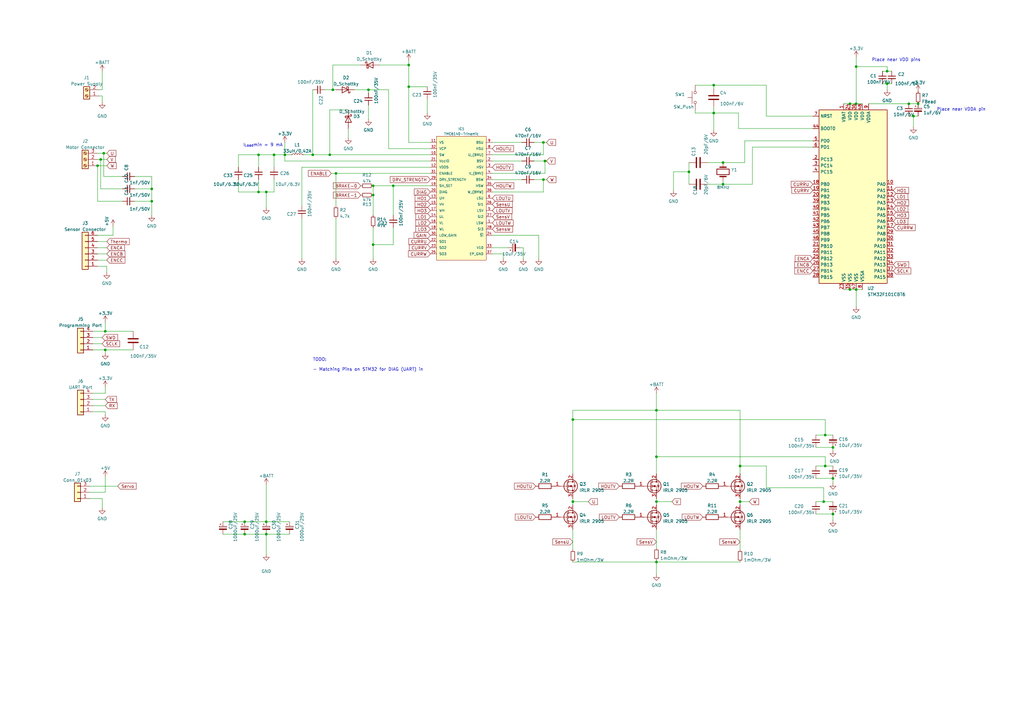
<source format=kicad_sch>
(kicad_sch (version 20211123) (generator eeschema)
  (paper "A3")
  (junction (at 116.84 63.5))
  (junction (at 292.735 34.925))
  (junction (at 109.22 213.995))
  (junction (at 153.035 76.2))
  (junction (at 363.855 29.21))
  (junction (at 109.22 219.075))
  (junction (at 62.23 77.47))
  (junction (at 43.18 143.51))
  (junction (at 282.575 70.485))
  (junction (at 296.545 75.565))
  (junction (at 167.64 35.56))
  (junction (at 348.615 118.745))
  (junction (at 269.24 187.325))
  (junction (at 62.23 82.55))
  (junction (at 341.63 183.515))
  (junction (at 296.545 66.675))
  (junction (at 137.795 71.12))
  (junction (at 341.63 210.82))
  (junction (at 348.615 42.545))
  (junction (at 43.18 135.89))
  (junction (at 223.52 66.04))
  (junction (at 234.95 205.74))
  (junction (at 269.24 168.275))
  (junction (at 341.63 196.215))
  (junction (at 222.885 58.42))
  (junction (at 41.275 65.405))
  (junction (at 222.885 73.66))
  (junction (at 161.29 76.2))
  (junction (at 100.33 219.075))
  (junction (at 135.255 63.5))
  (junction (at 374.65 47.625))
  (junction (at 153.035 100.33))
  (junction (at 303.53 191.135))
  (junction (at 106.045 78.74))
  (junction (at 234.95 172.085))
  (junction (at 372.745 42.545))
  (junction (at 351.155 42.545))
  (junction (at 153.035 80.01))
  (junction (at 363.855 34.29))
  (junction (at 351.155 27.305))
  (junction (at 112.395 63.5))
  (junction (at 40.005 67.945))
  (junction (at 167.64 26.67))
  (junction (at 42.545 62.865))
  (junction (at 337.82 205.74))
  (junction (at 128.27 63.5))
  (junction (at 136.525 36.83))
  (junction (at 109.22 78.74))
  (junction (at 106.045 63.5))
  (junction (at 292.735 46.355))
  (junction (at 303.53 205.74))
  (junction (at 269.24 230.505))
  (junction (at 338.455 191.135))
  (junction (at 338.455 178.435))
  (junction (at 151.13 36.83))
  (junction (at 269.24 205.74))
  (junction (at 376.555 42.545))
  (junction (at 100.33 213.995))
  (junction (at 351.155 118.745))
  (wire (pts (xy 269.24 187.325) (xy 269.24 194.31)))
  (wire (pts (xy 109.22 219.075) (xy 109.22 227.33)))
  (wire (pts (xy 40.005 67.945) (xy 43.815 67.945)))
  (wire (pts (xy 222.885 58.42) (xy 224.155 58.42)))
  (wire (pts (xy 222.885 78.74) (xy 222.885 73.66)))
  (wire (pts (xy 38.1 140.97) (xy 41.91 140.97)))
  (wire (pts (xy 43.18 143.51) (xy 54.61 143.51)))
  (wire (pts (xy 303.53 204.47) (xy 303.53 205.74)))
  (wire (pts (xy 296.545 75.565) (xy 308.61 75.565)))
  (wire (pts (xy 201.93 63.5) (xy 222.885 63.5)))
  (wire (pts (xy 43.18 195.58) (xy 43.18 201.93)))
  (wire (pts (xy 201.93 71.12) (xy 223.52 71.12)))
  (wire (pts (xy 136.525 26.67) (xy 136.525 36.83)))
  (wire (pts (xy 136.525 36.83) (xy 137.795 36.83)))
  (wire (pts (xy 41.91 36.83) (xy 40.64 36.83)))
  (wire (pts (xy 296.545 74.295) (xy 296.545 75.565)))
  (wire (pts (xy 55.245 72.39) (xy 62.23 72.39)))
  (wire (pts (xy 151.13 36.83) (xy 159.385 36.83)))
  (wire (pts (xy 167.64 58.42) (xy 176.53 58.42)))
  (wire (pts (xy 296.545 66.675) (xy 305.435 66.675)))
  (wire (pts (xy 308.61 60.325) (xy 333.375 60.325)))
  (wire (pts (xy 46.355 92.71) (xy 46.355 96.52)))
  (wire (pts (xy 41.91 29.21) (xy 41.91 36.83)))
  (wire (pts (xy 116.84 66.04) (xy 116.84 63.5)))
  (wire (pts (xy 112.395 68.58) (xy 112.395 63.5)))
  (wire (pts (xy 363.855 34.29) (xy 365.76 34.29)))
  (wire (pts (xy 153.035 93.345) (xy 153.035 100.33)))
  (wire (pts (xy 41.91 204.47) (xy 36.83 204.47)))
  (wire (pts (xy 341.63 184.785) (xy 341.63 183.515)))
  (wire (pts (xy 43.815 109.22) (xy 43.815 111.76)))
  (wire (pts (xy 153.035 100.33) (xy 153.035 106.045)))
  (wire (pts (xy 234.95 205.74) (xy 241.3 205.74)))
  (wire (pts (xy 348.615 118.745) (xy 351.155 118.745)))
  (wire (pts (xy 201.93 78.74) (xy 222.885 78.74)))
  (wire (pts (xy 151.13 43.18) (xy 151.13 48.895)))
  (wire (pts (xy 153.035 80.01) (xy 153.035 76.2)))
  (wire (pts (xy 363.855 29.21) (xy 363.855 27.305)))
  (wire (pts (xy 223.52 66.04) (xy 224.155 66.04)))
  (wire (pts (xy 351.155 42.545) (xy 353.695 42.545)))
  (wire (pts (xy 128.27 63.5) (xy 135.255 63.5)))
  (wire (pts (xy 62.23 77.47) (xy 62.23 82.55)))
  (wire (pts (xy 234.95 172.085) (xy 338.455 172.085)))
  (wire (pts (xy 109.22 219.075) (xy 118.745 219.075)))
  (wire (pts (xy 145.415 36.83) (xy 151.13 36.83)))
  (wire (pts (xy 176.53 60.96) (xy 159.385 60.96)))
  (wire (pts (xy 303.53 168.275) (xy 269.24 168.275)))
  (wire (pts (xy 137.795 84.455) (xy 137.795 71.12)))
  (wire (pts (xy 372.745 47.625) (xy 374.65 47.625)))
  (wire (pts (xy 302.895 52.705) (xy 302.895 46.355)))
  (wire (pts (xy 346.075 118.745) (xy 348.615 118.745)))
  (wire (pts (xy 167.64 26.67) (xy 167.64 35.56)))
  (wire (pts (xy 97.79 68.58) (xy 97.79 63.5)))
  (wire (pts (xy 337.82 200.025) (xy 314.325 200.025)))
  (wire (pts (xy 161.29 100.33) (xy 153.035 100.33)))
  (wire (pts (xy 282.575 66.675) (xy 282.575 70.485)))
  (wire (pts (xy 290.195 66.675) (xy 296.545 66.675)))
  (wire (pts (xy 334.645 210.82) (xy 341.63 210.82)))
  (wire (pts (xy 219.075 66.04) (xy 223.52 66.04)))
  (wire (pts (xy 43.18 135.89) (xy 54.61 135.89)))
  (wire (pts (xy 50.165 77.47) (xy 41.275 77.47)))
  (wire (pts (xy 290.195 75.565) (xy 296.545 75.565)))
  (wire (pts (xy 137.795 71.12) (xy 176.53 71.12)))
  (wire (pts (xy 106.045 73.66) (xy 106.045 78.74)))
  (wire (pts (xy 285.115 46.355) (xy 285.115 45.085)))
  (wire (pts (xy 213.36 101.6) (xy 214.63 101.6)))
  (wire (pts (xy 135.255 63.5) (xy 176.53 63.5)))
  (wire (pts (xy 128.27 36.83) (xy 128.27 63.5)))
  (wire (pts (xy 97.79 73.66) (xy 97.79 78.74)))
  (wire (pts (xy 285.115 34.925) (xy 292.735 34.925)))
  (wire (pts (xy 223.52 71.12) (xy 223.52 66.04)))
  (wire (pts (xy 220.98 96.52) (xy 220.98 106.045)))
  (wire (pts (xy 234.95 217.17) (xy 234.95 225.425)))
  (wire (pts (xy 43.18 161.29) (xy 43.18 158.75)))
  (wire (pts (xy 41.91 208.28) (xy 41.91 204.47)))
  (wire (pts (xy 167.64 35.56) (xy 175.26 35.56)))
  (wire (pts (xy 363.855 29.21) (xy 365.76 29.21)))
  (wire (pts (xy 135.255 45.085) (xy 135.255 63.5)))
  (wire (pts (xy 38.1 138.43) (xy 41.91 138.43)))
  (wire (pts (xy 38.1 168.91) (xy 43.18 168.91)))
  (wire (pts (xy 201.93 101.6) (xy 208.28 101.6)))
  (wire (pts (xy 334.645 183.515) (xy 341.63 183.515)))
  (wire (pts (xy 348.615 42.545) (xy 351.155 42.545)))
  (wire (pts (xy 222.885 63.5) (xy 222.885 58.42)))
  (wire (pts (xy 50.165 82.55) (xy 40.005 82.55)))
  (wire (pts (xy 42.545 72.39) (xy 42.545 62.865)))
  (wire (pts (xy 269.24 217.17) (xy 269.24 224.79)))
  (wire (pts (xy 62.23 82.55) (xy 62.23 88.265)))
  (wire (pts (xy 351.155 118.745) (xy 351.155 125.73)))
  (wire (pts (xy 40.005 82.55) (xy 40.005 67.945)))
  (wire (pts (xy 314.325 191.135) (xy 303.53 191.135)))
  (wire (pts (xy 159.385 60.96) (xy 159.385 36.83)))
  (wire (pts (xy 41.91 39.37) (xy 40.64 39.37)))
  (wire (pts (xy 40.005 106.68) (xy 43.815 106.68)))
  (wire (pts (xy 201.93 104.14) (xy 206.375 104.14)))
  (wire (pts (xy 116.84 58.42) (xy 116.84 63.5)))
  (wire (pts (xy 234.95 204.47) (xy 234.95 205.74)))
  (wire (pts (xy 333.375 47.625) (xy 314.325 47.625)))
  (wire (pts (xy 269.24 205.74) (xy 275.59 205.74)))
  (wire (pts (xy 374.65 47.625) (xy 376.555 47.625)))
  (wire (pts (xy 234.95 230.505) (xy 269.24 230.505)))
  (wire (pts (xy 55.245 77.47) (xy 62.23 77.47)))
  (wire (pts (xy 109.22 213.995) (xy 118.745 213.995)))
  (wire (pts (xy 361.95 34.29) (xy 363.855 34.29)))
  (wire (pts (xy 40.005 99.06) (xy 43.815 99.06)))
  (wire (pts (xy 341.63 198.12) (xy 341.63 196.215)))
  (wire (pts (xy 303.53 191.135) (xy 303.53 168.275)))
  (wire (pts (xy 361.95 29.21) (xy 363.855 29.21)))
  (wire (pts (xy 351.155 27.305) (xy 351.155 42.545)))
  (wire (pts (xy 55.245 82.55) (xy 62.23 82.55)))
  (wire (pts (xy 334.645 205.74) (xy 337.82 205.74)))
  (wire (pts (xy 106.045 68.58) (xy 106.045 63.5)))
  (wire (pts (xy 201.93 73.66) (xy 213.995 73.66)))
  (wire (pts (xy 269.24 161.29) (xy 269.24 168.275)))
  (wire (pts (xy 292.735 43.815) (xy 292.735 46.355)))
  (wire (pts (xy 302.895 46.355) (xy 292.735 46.355)))
  (wire (pts (xy 285.115 46.355) (xy 292.735 46.355)))
  (wire (pts (xy 135.89 71.12) (xy 137.795 71.12)))
  (wire (pts (xy 112.395 73.66) (xy 112.395 78.74)))
  (wire (pts (xy 305.435 66.675) (xy 305.435 57.785)))
  (wire (pts (xy 100.33 219.075) (xy 109.22 219.075)))
  (wire (pts (xy 356.235 42.545) (xy 372.745 42.545)))
  (wire (pts (xy 269.24 230.505) (xy 303.53 230.505)))
  (wire (pts (xy 167.64 24.765) (xy 167.64 26.67)))
  (wire (pts (xy 219.075 58.42) (xy 222.885 58.42)))
  (wire (pts (xy 303.53 194.31) (xy 303.53 191.135)))
  (wire (pts (xy 153.035 76.2) (xy 161.29 76.2)))
  (wire (pts (xy 292.735 34.925) (xy 292.735 36.195)))
  (wire (pts (xy 142.875 45.085) (xy 135.255 45.085)))
  (wire (pts (xy 201.93 96.52) (xy 220.98 96.52)))
  (wire (pts (xy 338.455 191.135) (xy 338.455 187.325)))
  (wire (pts (xy 123.825 84.455) (xy 123.825 68.58)))
  (wire (pts (xy 38.1 163.83) (xy 43.18 163.83)))
  (wire (pts (xy 97.79 78.74) (xy 106.045 78.74)))
  (wire (pts (xy 269.24 229.87) (xy 269.24 230.505)))
  (wire (pts (xy 214.63 101.6) (xy 214.63 106.045)))
  (wire (pts (xy 303.53 205.74) (xy 303.53 207.01)))
  (wire (pts (xy 303.53 217.17) (xy 303.53 225.425)))
  (wire (pts (xy 333.375 52.705) (xy 302.895 52.705)))
  (wire (pts (xy 38.1 143.51) (xy 43.18 143.51)))
  (wire (pts (xy 346.075 42.545) (xy 348.615 42.545)))
  (wire (pts (xy 137.795 89.535) (xy 137.795 106.045)))
  (wire (pts (xy 269.24 205.74) (xy 269.24 207.01)))
  (wire (pts (xy 372.745 42.545) (xy 376.555 42.545)))
  (wire (pts (xy 112.395 78.74) (xy 109.22 78.74)))
  (wire (pts (xy 116.84 63.5) (xy 119.38 63.5)))
  (wire (pts (xy 269.24 168.275) (xy 269.24 187.325)))
  (wire (pts (xy 334.645 196.215) (xy 341.63 196.215)))
  (wire (pts (xy 41.275 77.47) (xy 41.275 65.405)))
  (wire (pts (xy 338.455 187.325) (xy 269.24 187.325)))
  (wire (pts (xy 155.575 26.67) (xy 167.64 26.67)))
  (wire (pts (xy 38.1 135.89) (xy 43.18 135.89)))
  (wire (pts (xy 46.355 96.52) (xy 40.005 96.52)))
  (wire (pts (xy 269.24 204.47) (xy 269.24 205.74)))
  (wire (pts (xy 206.375 104.14) (xy 206.375 106.045)))
  (wire (pts (xy 338.455 178.435) (xy 338.455 172.085)))
  (wire (pts (xy 123.825 89.535) (xy 123.825 106.045)))
  (wire (pts (xy 201.93 58.42) (xy 213.995 58.42)))
  (wire (pts (xy 161.29 88.265) (xy 161.29 76.2)))
  (wire (pts (xy 282.575 70.485) (xy 282.575 75.565)))
  (wire (pts (xy 50.165 72.39) (xy 42.545 72.39)))
  (wire (pts (xy 234.95 168.275) (xy 269.24 168.275)))
  (wire (pts (xy 374.65 47.625) (xy 374.65 52.07)))
  (wire (pts (xy 43.18 135.89) (xy 43.18 132.08)))
  (wire (pts (xy 43.18 143.51) (xy 43.18 144.78)))
  (wire (pts (xy 62.23 72.39) (xy 62.23 77.47)))
  (wire (pts (xy 337.82 205.74) (xy 337.82 200.025)))
  (wire (pts (xy 40.005 104.14) (xy 43.815 104.14)))
  (wire (pts (xy 41.91 41.91) (xy 41.91 39.37)))
  (wire (pts (xy 38.1 161.29) (xy 43.18 161.29)))
  (wire (pts (xy 234.95 205.74) (xy 234.95 207.01)))
  (wire (pts (xy 147.955 26.67) (xy 136.525 26.67)))
  (wire (pts (xy 91.44 219.075) (xy 100.33 219.075)))
  (wire (pts (xy 43.18 201.93) (xy 36.83 201.93)))
  (wire (pts (xy 151.13 36.83) (xy 151.13 38.1)))
  (wire (pts (xy 161.29 76.2) (xy 176.53 76.2)))
  (wire (pts (xy 363.855 34.29) (xy 363.855 36.83)))
  (wire (pts (xy 175.26 40.64) (xy 175.26 46.355)))
  (wire (pts (xy 234.95 194.31) (xy 234.95 172.085)))
  (wire (pts (xy 219.075 73.66) (xy 222.885 73.66)))
  (wire (pts (xy 97.79 63.5) (xy 106.045 63.5)))
  (wire (pts (xy 41.275 65.405) (xy 43.815 65.405)))
  (wire (pts (xy 276.225 70.485) (xy 282.575 70.485)))
  (wire (pts (xy 176.53 66.04) (xy 116.84 66.04)))
  (wire (pts (xy 40.005 65.405) (xy 41.275 65.405)))
  (wire (pts (xy 351.155 23.495) (xy 351.155 27.305)))
  (wire (pts (xy 338.455 178.435) (xy 341.63 178.435)))
  (wire (pts (xy 112.395 63.5) (xy 116.84 63.5)))
  (wire (pts (xy 341.63 213.36) (xy 341.63 210.82)))
  (wire (pts (xy 40.005 101.6) (xy 43.815 101.6)))
  (wire (pts (xy 100.33 213.995) (xy 109.22 213.995)))
  (wire (pts (xy 234.95 172.085) (xy 234.95 168.275)))
  (wire (pts (xy 161.29 93.345) (xy 161.29 100.33)))
  (wire (pts (xy 305.435 57.785) (xy 333.375 57.785)))
  (wire (pts (xy 222.885 73.66) (xy 224.155 73.66)))
  (wire (pts (xy 124.46 63.5) (xy 128.27 63.5)))
  (wire (pts (xy 153.035 88.265) (xy 153.035 80.01)))
  (wire (pts (xy 36.83 199.39) (xy 48.26 199.39)))
  (wire (pts (xy 314.325 200.025) (xy 314.325 191.135)))
  (wire (pts (xy 40.005 62.865) (xy 42.545 62.865)))
  (wire (pts (xy 276.225 78.105) (xy 276.225 70.485)))
  (wire (pts (xy 142.875 52.705) (xy 142.875 56.515)))
  (wire (pts (xy 337.82 205.74) (xy 341.63 205.74)))
  (wire (pts (xy 303.53 205.74) (xy 307.34 205.74)))
  (wire (pts (xy 334.645 178.435) (xy 338.455 178.435)))
  (wire (pts (xy 42.545 62.865) (xy 43.815 62.865)))
  (wire (pts (xy 314.325 47.625) (xy 314.325 34.925)))
  (wire (pts (xy 351.155 118.745) (xy 353.695 118.745)))
  (wire (pts (xy 38.1 166.37) (xy 43.18 166.37)))
  (wire (pts (xy 334.645 191.135) (xy 338.455 191.135)))
  (wire (pts (xy 106.045 78.74) (xy 109.22 78.74)))
  (wire (pts (xy 106.045 63.5) (xy 112.395 63.5)))
  (wire (pts (xy 91.44 213.995) (xy 100.33 213.995)))
  (wire (pts (xy 201.93 66.04) (xy 213.995 66.04)))
  (wire (pts (xy 269.24 230.505) (xy 269.24 235.585)))
  (wire (pts (xy 133.35 36.83) (xy 136.525 36.83)))
  (wire (pts (xy 363.855 27.305) (xy 351.155 27.305)))
  (wire (pts (xy 338.455 191.135) (xy 341.63 191.135)))
  (wire (pts (xy 109.22 198.755) (xy 109.22 213.995)))
  (wire (pts (xy 308.61 75.565) (xy 308.61 60.325)))
  (wire (pts (xy 40.005 109.22) (xy 43.815 109.22)))
  (wire (pts (xy 167.64 35.56) (xy 167.64 58.42)))
  (wire (pts (xy 314.325 34.925) (xy 292.735 34.925)))
  (wire (pts (xy 123.825 68.58) (xy 176.53 68.58)))
  (wire (pts (xy 292.735 46.355) (xy 292.735 53.34)))
  (wire (pts (xy 43.18 168.91) (xy 43.18 170.18)))
  (wire (pts (xy 109.22 78.74) (xy 109.22 85.09)))
  (text "Place near VDDA pin" (at 384.175 45.72 0) (effects (font (size 1.27 1.27)) (justify left bottom)))
  (text "I_{Load}min = 9 mA" (at 99.695 60.325 0) (effects (font (size 1.27 1.27)) (justify left bottom)))
  (text "TODO:\n\n- Matching Pins on STM32 for DIAG (UART) in\n" (at 128.27 152.4 0) (effects (font (size 1.27 1.27)) (justify left bottom)))
  (text "Place near VDD pins" (at 357.505 25.4 0) (effects (font (size 1.27 1.27)) (justify left bottom)))
  (global_label "SensU" (shape input) (at 234.95 222.25 180) (property "Intersheet References" "${INTERSHEET_REFS}" (effects hide)))
  (global_label "Thermo" (shape input) (at 43.815 99.06 0) (property "Intersheet References" "${INTERSHEET_REFS}" (effects hide)))
  (global_label "SensV" (shape input) (at 201.93 88.9 0) (property "Intersheet References" "${INTERSHEET_REFS}" (effects hide)))
  (global_label "LOUTU" (shape input) (at 219.71 212.09 180) (property "Intersheet References" "${INTERSHEET_REFS}" (effects hide)))
  (global_label "CURRU" (shape input) (at 176.53 99.06 180) (property "Intersheet References" "${INTERSHEET_REFS}" (effects hide)))
  (global_label "HOUTV" (shape input) (at 201.93 68.58 0) (property "Intersheet References" "${INTERSHEET_REFS}" (effects hide)))
  (global_label "ENCA" (shape input) (at 333.375 106.045 180) (property "Intersheet References" "${INTERSHEET_REFS}" (effects hide)))
  (global_label "LO1" (shape input) (at 366.395 80.645 0) (property "Intersheet References" "${INTERSHEET_REFS}" (effects hide)))
  (global_label "Servo" (shape input) (at 48.26 199.39 0) (property "Intersheet References" "${INTERSHEET_REFS}" (effects hide)))
  (global_label "HO3" (shape input) (at 366.395 88.265 0) (property "Intersheet References" "${INTERSHEET_REFS}" (effects hide)))
  (global_label "CURRW" (shape input) (at 176.53 104.14 180) (property "Intersheet References" "${INTERSHEET_REFS}" (effects hide)))
  (global_label "TX" (shape input) (at 43.18 163.83 0) (property "Intersheet References" "${INTERSHEET_REFS}" (effects hide)))
  (global_label "CURRW" (shape input) (at 366.395 93.345 0) (property "Intersheet References" "${INTERSHEET_REFS}" (effects hide)))
  (global_label "BRAKE-1" (shape input) (at 147.955 80.01 180) (property "Intersheet References" "${INTERSHEET_REFS}" (effects hide)))
  (global_label "ENCC" (shape input) (at 333.375 111.125 180) (property "Intersheet References" "${INTERSHEET_REFS}" (effects hide)))
  (global_label "CURRV" (shape input) (at 333.375 78.105 180) (property "Intersheet References" "${INTERSHEET_REFS}" (effects hide)))
  (global_label "ENCA" (shape input) (at 43.815 101.6 0) (property "Intersheet References" "${INTERSHEET_REFS}" (effects hide)))
  (global_label "LOUTW" (shape input) (at 288.29 212.09 180) (property "Intersheet References" "${INTERSHEET_REFS}" (effects hide)))
  (global_label "SensV" (shape input) (at 269.24 222.25 180) (property "Intersheet References" "${INTERSHEET_REFS}" (effects hide)))
  (global_label "SensU" (shape input) (at 201.93 83.82 0) (property "Intersheet References" "${INTERSHEET_REFS}" (effects hide)))
  (global_label "CURRU" (shape input) (at 333.375 75.565 180) (property "Intersheet References" "${INTERSHEET_REFS}" (effects hide)))
  (global_label "HOUTW" (shape input) (at 288.29 199.39 180) (property "Intersheet References" "${INTERSHEET_REFS}" (effects hide)))
  (global_label "LOUTU" (shape input) (at 201.93 81.28 0) (property "Intersheet References" "${INTERSHEET_REFS}" (effects hide)))
  (global_label "CURRV" (shape input) (at 176.53 101.6 180) (property "Intersheet References" "${INTERSHEET_REFS}" (effects hide)))
  (global_label "LOUTV" (shape input) (at 254 212.09 180) (property "Intersheet References" "${INTERSHEET_REFS}" (effects hide)))
  (global_label "DIAG" (shape input) (at 176.53 78.74 180) (property "Intersheet References" "${INTERSHEET_REFS}" (effects hide)))
  (global_label "HO2" (shape input) (at 176.53 83.82 180) (property "Intersheet References" "${INTERSHEET_REFS}" (effects hide)))
  (global_label "SWD" (shape input) (at 366.395 108.585 0) (property "Intersheet References" "${INTERSHEET_REFS}" (effects hide)))
  (global_label "HO1" (shape input) (at 366.395 78.105 0) (property "Intersheet References" "${INTERSHEET_REFS}" (effects hide)))
  (global_label "V" (shape input) (at 224.155 66.04 0) (property "Intersheet References" "${INTERSHEET_REFS}" (effects hide)))
  (global_label "W" (shape input) (at 43.815 67.945 0) (property "Intersheet References" "${INTERSHEET_REFS}" (effects hide)))
  (global_label "W" (shape input) (at 307.34 205.74 0) (property "Intersheet References" "${INTERSHEET_REFS}" (effects hide)))
  (global_label "LO3" (shape input) (at 366.395 90.805 0) (property "Intersheet References" "${INTERSHEET_REFS}" (effects hide)))
  (global_label "ENABLE" (shape input) (at 135.89 71.12 180) (property "Intersheet References" "${INTERSHEET_REFS}" (effects hide)))
  (global_label "LO2" (shape input) (at 176.53 91.44 180) (property "Intersheet References" "${INTERSHEET_REFS}" (effects hide)))
  (global_label "HO2" (shape input) (at 366.395 83.185 0) (property "Intersheet References" "${INTERSHEET_REFS}" (effects hide)))
  (global_label "SensW" (shape input) (at 303.53 222.25 180) (property "Intersheet References" "${INTERSHEET_REFS}" (effects hide)))
  (global_label "W" (shape input) (at 224.155 73.66 0) (property "Intersheet References" "${INTERSHEET_REFS}" (effects hide)))
  (global_label "SCLK" (shape input) (at 41.91 140.97 0) (property "Intersheet References" "${INTERSHEET_REFS}" (effects hide)))
  (global_label "RX" (shape input) (at 43.18 166.37 0) (property "Intersheet References" "${INTERSHEET_REFS}" (effects hide)))
  (global_label "U" (shape input) (at 224.155 58.42 0) (property "Intersheet References" "${INTERSHEET_REFS}" (effects hide)))
  (global_label "LO1" (shape input) (at 176.53 88.9 180) (property "Intersheet References" "${INTERSHEET_REFS}" (effects hide)))
  (global_label "LO3" (shape input) (at 176.53 93.98 180) (property "Intersheet References" "${INTERSHEET_REFS}" (effects hide)))
  (global_label "V" (shape input) (at 275.59 205.74 0) (property "Intersheet References" "${INTERSHEET_REFS}" (effects hide)))
  (global_label "HOUTU" (shape input) (at 219.71 199.39 180) (property "Intersheet References" "${INTERSHEET_REFS}" (effects hide)))
  (global_label "SensW" (shape input) (at 201.93 93.98 0) (property "Intersheet References" "${INTERSHEET_REFS}" (effects hide)))
  (global_label "HOUTU" (shape input) (at 201.93 60.96 0) (property "Intersheet References" "${INTERSHEET_REFS}" (effects hide)))
  (global_label "LOUTV" (shape input) (at 201.93 86.36 0) (property "Intersheet References" "${INTERSHEET_REFS}" (effects hide)))
  (global_label "GAIN" (shape input) (at 176.53 96.52 180) (property "Intersheet References" "${INTERSHEET_REFS}" (effects hide)))
  (global_label "LO2" (shape input) (at 366.395 85.725 0) (property "Intersheet References" "${INTERSHEET_REFS}" (effects hide)))
  (global_label "LOUTW" (shape input) (at 201.93 91.44 0) (property "Intersheet References" "${INTERSHEET_REFS}" (effects hide)))
  (global_label "BRAKE-0" (shape input) (at 147.955 76.2 180) (property "Intersheet References" "${INTERSHEET_REFS}" (effects hide)))
  (global_label "HO1" (shape input) (at 176.53 81.28 180) (property "Intersheet References" "${INTERSHEET_REFS}" (effects hide)))
  (global_label "HO3" (shape input) (at 176.53 86.36 180) (property "Intersheet References" "${INTERSHEET_REFS}" (effects hide)))
  (global_label "HOUTV" (shape input) (at 254 199.39 180) (property "Intersheet References" "${INTERSHEET_REFS}" (effects hide)))
  (global_label "HOUTW" (shape input) (at 201.93 76.2 0) (property "Intersheet References" "${INTERSHEET_REFS}" (effects hide)))
  (global_label "DRV_STRENGTH" (shape input) (at 176.53 73.66 180) (property "Intersheet References" "${INTERSHEET_REFS}" (effects hide)))
  (global_label "SCLK" (shape input) (at 366.395 111.125 0) (property "Intersheet References" "${INTERSHEET_REFS}" (effects hide)))
  (global_label "U" (shape input) (at 241.3 205.74 0) (property "Intersheet References" "${INTERSHEET_REFS}" (effects hide)))
  (global_label "U" (shape input) (at 43.815 62.865 0) (property "Intersheet References" "${INTERSHEET_REFS}" (effects hide)))
  (global_label "ENCC" (shape input) (at 43.815 106.68 0) (property "Intersheet References" "${INTERSHEET_REFS}" (effects hide)))
  (global_label "ENCB" (shape input) (at 333.375 108.585 180) (property "Intersheet References" "${INTERSHEET_REFS}" (effects hide)))
  (global_label "SWD" (shape input) (at 41.91 138.43 0) (property "Intersheet References" "${INTERSHEET_REFS}" (effects hide)))
  (global_label "V" (shape input) (at 43.815 65.405 0) (property "Intersheet References" "${INTERSHEET_REFS}" (effects hide)))
  (global_label "ENCB" (shape input) (at 43.815 104.14 0) (property "Intersheet References" "${INTERSHEET_REFS}" (effects hide)))
  (symbol (lib_id "Connector:Screw_Terminal_01x02") (at 35.56 39.37 180) (unit 1)
    (property "Reference" "J1" (at 35.56 31.8602 0))
    (property "Value" "Power Supply" (at 35.56 34.3971 0))
    (property "Footprint" "TerminalBlock_Phoenix:TerminalBlock_Phoenix_MKDS-1,5-2_1x02_P5.00mm_Horizontal" (effects hide))
  )
  (symbol (lib_id "Transistor_FET:IRF740") (at 232.41 199.39 0) (unit 1)
    (property "Reference" "Q3" (at 237.617 198.5553 0) (effects (justify left)))
    (property "Value" "IRLR 2905" (at 237.617 201.0922 0) (effects (justify left)))
    (property "Footprint" "Package_TO_SOT_SMD:TO-252-2" (effects hide))
    (property "Datasheet" "http://www.vishay.com/docs/91054/91054.pdf" (effects hide))
  )
  (symbol (lib_id "power:GND") (at 151.13 48.895 0) (unit 1)
    (property "Reference" "#PWR0123" (effects hide))
    (property "Value" "GND" (at 151.13 53.3384 0))
  )
  (symbol (lib_id "Device:R") (at 257.81 212.09 90) (unit 1)
    (property "Reference" "R6" (at 257.81 207.3742 90))
    (property "Value" "2.2R" (at 257.81 209.9111 90))
    (property "Footprint" "Resistor_SMD:R_0603_1608Metric" (effects hide))
  )
  (symbol (lib_id "Device:C_Small") (at 365.76 31.75 0) (unit 1)
    (property "Reference" "C2" (at 368.3 30.48 0) (effects (justify left)))
    (property "Value" "100nF/6V" (at 367.03 34.29 0) (effects (justify left)))
    (property "Footprint" "Capacitor_SMD:C_0603_1608Metric" (effects hide))
  )
  (symbol (lib_id "Device:R") (at 292.1 199.39 90) (unit 1)
    (property "Reference" "R4" (at 292.1 194.6742 90))
    (property "Value" "2.2R" (at 292.1 197.2111 90))
    (property "Footprint" "Resistor_SMD:R_0603_1608Metric" (effects hide))
  )
  (symbol (lib_id "power:+BATT") (at 167.64 24.765 0) (unit 1)
    (property "Reference" "#PWR0131" (effects hide))
    (property "Value" "+BATT" (at 167.64 21.1892 0))
  )
  (symbol (lib_id "Connector_Generic:Conn_01x04") (at 33.02 166.37 180) (unit 1)
    (property "Reference" "J6" (at 33.02 156.3202 0))
    (property "Value" "UART Port" (at 33.02 158.8571 0))
    (property "Footprint" "Connector_JST:JST_XH_B4B-XH-A_1x04_P2.50mm_Vertical" (effects hide))
  )
  (symbol (lib_id "power:GND") (at 363.855 36.83 0) (unit 1)
    (property "Reference" "#PWR0113" (effects hide))
    (property "Value" "GND" (at 363.855 41.2734 0))
  )
  (symbol (lib_id "power:GND") (at 220.98 106.045 0) (unit 1)
    (property "Reference" "#PWR0114" (effects hide))
    (property "Value" "GND" (at 220.98 110.4884 0))
  )
  (symbol (lib_id "Device:R_Small") (at 376.555 40.005 0) (unit 1)
    (property "Reference" "R7" (at 378.0536 39.1703 0) (effects (justify left)))
    (property "Value" "FBead" (at 378.0536 41.7072 0) (effects (justify left)))
    (property "Footprint" "Resistor_SMD:R_0805_2012Metric" (effects hide))
  )
  (symbol (lib_id "Device:C_Polarized_Small") (at 210.82 101.6 90) (unit 1)
    (property "Reference" "C14" (at 210.82 99.06 90))
    (property "Value" "10uF/35V" (at 210.82 104.14 90))
    (property "Footprint" "Capacitor_SMD:CP_Elec_4x5.8" (effects hide))
  )
  (symbol (lib_id "Device:C_Small") (at 216.535 58.42 90) (unit 1)
    (property "Reference" "C6" (at 216.5413 53.1581 90))
    (property "Value" "470nF/16V" (at 216.5413 55.695 90))
    (property "Footprint" "Capacitor_SMD:C_0603_1608Metric" (effects hide))
  )
  (symbol (lib_id "power:+3.3V") (at 43.18 132.08 0) (unit 1)
    (property "Reference" "#PWR0105" (effects hide))
    (property "Value" "+3.3V" (at 43.18 128.5042 0))
  )
  (symbol (lib_id "Device:C_Small") (at 112.395 71.12 180) (unit 1)
    (property "Reference" "C26" (at 118.745 71.12 0) (effects (justify left)))
    (property "Value" "10uF/6.3V" (at 123.19 75.565 0) (effects (justify left)))
    (property "Footprint" "Capacitor_SMD:C_0603_1608Metric" (effects hide))
  )
  (symbol (lib_id "Device:R") (at 292.1 212.09 90) (unit 1)
    (property "Reference" "R11" (at 292.1 207.3742 90))
    (property "Value" "2.2R" (at 292.1 209.9111 90))
    (property "Footprint" "Resistor_SMD:R_0603_1608Metric" (effects hide))
  )
  (symbol (lib_id "Transistor_FET:IRF740") (at 300.99 212.09 0) (unit 1)
    (property "Reference" "Q6" (at 306.197 211.2553 0) (effects (justify left)))
    (property "Value" "IRLR 2905" (at 306.197 213.7922 0) (effects (justify left)))
    (property "Footprint" "Package_TO_SOT_SMD:TO-252-2" (effects hide))
    (property "Datasheet" "http://www.vishay.com/docs/91054/91054.pdf" (effects hide))
  )
  (symbol (lib_id "Device:R_Small") (at 303.53 227.965 0) (unit 1)
    (property "Reference" "R10" (at 305.0286 227.1303 0) (effects (justify left)))
    (property "Value" "1mOhm/3W" (at 305.0286 229.6672 0) (effects (justify left)))
    (property "Footprint" "Resistor_SMD:R_2512_6332Metric" (effects hide))
  )
  (symbol (lib_id "Transistor_FET:IRF740") (at 232.41 212.09 0) (unit 1)
    (property "Reference" "Q4" (at 237.617 211.2553 0) (effects (justify left)))
    (property "Value" "IRLR 2905" (at 237.617 213.7922 0) (effects (justify left)))
    (property "Footprint" "Package_TO_SOT_SMD:TO-252-2" (effects hide))
    (property "Datasheet" "http://www.vishay.com/docs/91054/91054.pdf" (effects hide))
  )
  (symbol (lib_id "Device:C_Small") (at 334.645 180.975 180) (unit 1)
    (property "Reference" "C15" (at 325.755 180.34 0) (effects (justify right)))
    (property "Value" "100nF/35V" (at 323.215 182.88 0) (effects (justify right)))
    (property "Footprint" "Capacitor_SMD:C_0603_1608Metric" (effects hide))
  )
  (symbol (lib_id "power:GND") (at 341.63 184.785 0) (unit 1)
    (property "Reference" "#PWR0115" (effects hide))
    (property "Value" "GND" (at 342.265 189.2284 0))
  )
  (symbol (lib_id "Device:C_Polarized_Small") (at 100.33 216.535 0) (unit 1)
    (property "Reference" "C29" (at 103.505 217.17 90) (effects (justify left)))
    (property "Value" "1000uF/25V" (at 105.41 222.25 90) (effects (justify left)))
    (property "Footprint" "Capacitor_SMD:CP_Elec_10x14.3" (effects hide))
  )
  (symbol (lib_id "power:GND") (at 214.63 106.045 0) (unit 1)
    (property "Reference" "#PWR0111" (effects hide))
    (property "Value" "GND" (at 214.63 110.4884 0))
  )
  (symbol (lib_id "power:+5V") (at 46.355 92.71 0) (unit 1)
    (property "Reference" "#PWR0106" (effects hide))
    (property "Value" "+5V" (at 43.815 90.805 90))
  )
  (symbol (lib_id "power:GND") (at 351.155 125.73 0) (unit 1)
    (property "Reference" "#PWR0117" (effects hide))
    (property "Value" "GND" (at 351.155 130.1734 0))
  )
  (symbol (lib_id "Device:C_Small") (at 52.705 77.47 90) (unit 1)
    (property "Reference" "C10" (at 51.8766 75.1459 0) (effects (justify left)))
    (property "Value" "1nF/50V" (at 61.595 74.93 90) (effects (justify left)))
    (property "Footprint" "Capacitor_SMD:C_0603_1608Metric" (effects hide))
  )
  (symbol (lib_id "power:GND") (at 292.735 53.34 0) (unit 1)
    (property "Reference" "#PWR0116" (effects hide))
    (property "Value" "GND" (at 292.735 57.7834 0))
  )
  (symbol (lib_id "power:GND") (at 206.375 106.045 0) (unit 1)
    (property "Reference" "#PWR0109" (effects hide))
    (property "Value" "GND" (at 206.375 110.4884 0))
  )
  (symbol (lib_id "Device:Crystal") (at 296.545 70.485 90) (unit 1)
    (property "Reference" "Y1" (at 299.8724 69.6503 90) (effects (justify right)))
    (property "Value" "8MHz" (at 294.005 76.835 90) (effects (justify right)))
    (property "Footprint" "Crystal:Crystal_SMD_HC49-SD" (effects hide))
  )
  (symbol (lib_id "Device:C_Small") (at 216.535 73.66 90) (unit 1)
    (property "Reference" "C9" (at 216.5413 68.3981 90))
    (property "Value" "470nF/16V" (at 216.5413 70.935 90))
    (property "Footprint" "Capacitor_SMD:C_0603_1608Metric" (effects hide))
  )
  (symbol (lib_id "Connector_Generic:Conn_01x06") (at 34.925 104.14 180) (unit 1)
    (property "Reference" "J3" (at 34.925 91.5502 0))
    (property "Value" "Sensor Connector" (at 34.925 94.0871 0))
    (property "Footprint" "Connector_JST:JST_ZH_B6B-ZR_1x06_P1.50mm_Vertical" (effects hide))
  )
  (symbol (lib_id "power:GND") (at 43.18 144.78 0) (unit 1)
    (property "Reference" "#PWR0103" (effects hide))
    (property "Value" "GND" (at 43.18 149.2234 0))
  )
  (symbol (lib_id "Connector_Generic:Conn_01x03") (at 31.75 201.93 180) (unit 1)
    (property "Reference" "J7" (at 31.75 194.4202 0))
    (property "Value" "Conn_01x03" (at 31.75 196.9571 0))
    (property "Footprint" "Connector_PinSocket_2.54mm:PinSocket_1x03_P2.54mm_Vertical" (effects hide))
  )
  (symbol (lib_id "Device:C_Small") (at 52.705 82.55 90) (unit 1)
    (property "Reference" "C11" (at 51.8766 80.2259 0) (effects (justify left)))
    (property "Value" "1nF/50V" (at 61.595 85.725 90) (effects (justify left)))
    (property "Footprint" "Capacitor_SMD:C_0603_1608Metric" (effects hide))
  )
  (symbol (lib_id "Device:C_Small") (at 123.825 86.995 180) (unit 1)
    (property "Reference" "C27" (at 121.5009 87.8234 0) (effects (justify left)))
    (property "Value" "100nF/35V" (at 127 78.105 90) (effects (justify left)))
    (property "Footprint" "Capacitor_SMD:C_0603_1608Metric" (effects hide))
  )
  (symbol (lib_id "Switch:SW_Push") (at 285.115 40.005 90) (unit 1)
    (property "Reference" "SW1" (at 276.86 38.735 90) (effects (justify right)))
    (property "Value" "SW_Push" (at 276.225 43.815 90) (effects (justify right)))
    (property "Footprint" "Additional_Components:SW_Push_SPST_Wuerth_434121043816" (effects hide))
  )
  (symbol (lib_id "Device:C_Polarized_Small") (at 91.44 216.535 0) (unit 1)
    (property "Reference" "C28" (at 94.615 217.17 90) (effects (justify left)))
    (property "Value" "1000uF/25V" (at 96.52 222.25 90) (effects (justify left)))
    (property "Footprint" "Capacitor_SMD:CP_Elec_10x14.3" (effects hide))
  )
  (symbol (lib_id "Device:C_Polarized_Small") (at 341.63 180.975 180) (unit 1)
    (property "Reference" "C16" (at 343.9541 180.1339 0) (effects (justify right)))
    (property "Value" "10uF/35V" (at 343.9541 182.6708 0) (effects (justify right)))
    (property "Footprint" "Capacitor_SMD:CP_Elec_4x5.8" (effects hide))
  )
  (symbol (lib_id "Transistor_FET:IRF740") (at 300.99 199.39 0) (unit 1)
    (property "Reference" "Q2" (at 306.197 198.5553 0) (effects (justify left)))
    (property "Value" "IRLR 2905" (at 306.197 201.0922 0) (effects (justify left)))
    (property "Footprint" "Package_TO_SOT_SMD:TO-252-2" (effects hide))
    (property "Datasheet" "http://www.vishay.com/docs/91054/91054.pdf" (effects hide))
  )
  (symbol (lib_id "Device:R_Small") (at 153.035 90.805 180) (unit 1)
    (property "Reference" "R14" (at 154.5336 89.9703 0) (effects (justify right)))
    (property "Value" "47k" (at 154.5336 92.5072 0) (effects (justify right)))
    (property "Footprint" "Resistor_SMD:R_0603_1608Metric" (effects hide))
  )
  (symbol (lib_id "Device:C_Small") (at 97.79 71.12 180) (unit 1)
    (property "Reference" "C33" (at 95.4659 71.9484 0) (effects (justify left)))
    (property "Value" "10uF/6.3V" (at 97.79 75.565 0) (effects (justify left)))
    (property "Footprint" "Capacitor_SMD:C_0603_1608Metric" (effects hide))
  )
  (symbol (lib_id "Device:C_Small") (at 175.26 38.1 180) (unit 1)
    (property "Reference" "C23" (at 172.9359 38.9284 0) (effects (justify left)))
    (property "Value" "100nF/35V" (at 178.435 29.21 90) (effects (justify left)))
    (property "Footprint" "Capacitor_SMD:C_0603_1608Metric" (effects hide))
  )
  (symbol (lib_id "power:GND") (at 137.795 106.045 0) (unit 1)
    (property "Reference" "#PWR0127" (effects hide))
    (property "Value" "GND" (at 137.795 110.4884 0))
  )
  (symbol (lib_id "power:GND") (at 276.225 78.105 0) (unit 1)
    (property "Reference" "#PWR0133" (effects hide))
    (property "Value" "GND" (at 276.225 82.5484 0))
  )
  (symbol (lib_id "Device:C_Small") (at 361.95 31.75 0) (unit 1)
    (property "Reference" "C1" (at 356.87 31.115 0) (effects (justify left)))
    (property "Value" "100nF/6V" (at 355.6 33.655 0) (effects (justify left)))
    (property "Footprint" "Capacitor_SMD:C_0603_1608Metric" (effects hide))
  )
  (symbol (lib_id "Connector:Screw_Terminal_01x03") (at 34.925 65.405 180) (unit 1)
    (property "Reference" "J2" (at 34.925 57.8952 0))
    (property "Value" "Motor Connector" (at 34.925 60.4321 0))
    (property "Footprint" "TerminalBlock_Phoenix:TerminalBlock_Phoenix_MKDS-1,5-3_1x03_P5.00mm_Horizontal" (effects hide))
  )
  (symbol (lib_id "Device:C_Small") (at 151.13 40.64 180) (unit 1)
    (property "Reference" "C24" (at 148.8059 41.4684 0) (effects (justify left)))
    (property "Value" "100nF/35V" (at 154.305 31.75 90) (effects (justify left)))
    (property "Footprint" "Capacitor_SMD:C_0603_1608Metric" (effects hide))
  )
  (symbol (lib_id "Transistor_FET:IRF740") (at 266.7 212.09 0) (unit 1)
    (property "Reference" "Q5" (at 271.907 211.2553 0) (effects (justify left)))
    (property "Value" "IRLR 2905" (at 271.907 213.7922 0) (effects (justify left)))
    (property "Footprint" "Package_TO_SOT_SMD:TO-252-2" (effects hide))
    (property "Datasheet" "http://www.vishay.com/docs/91054/91054.pdf" (effects hide))
  )
  (symbol (lib_id "Device:C_Small") (at 334.645 193.675 180) (unit 1)
    (property "Reference" "C17" (at 325.755 193.04 0) (effects (justify right)))
    (property "Value" "100nF/35V" (at 323.215 195.58 0) (effects (justify right)))
    (property "Footprint" "Capacitor_SMD:C_0603_1608Metric" (effects hide))
  )
  (symbol (lib_id "Device:C") (at 286.385 75.565 90) (unit 1)
    (property "Reference" "C18" (at 285.115 80.01 0) (effects (justify left)))
    (property "Value" "20pF/6V" (at 289.56 80.01 0) (effects (justify left)))
    (property "Footprint" "Capacitor_SMD:C_0603_1608Metric" (effects hide))
  )
  (symbol (lib_id "Device:C_Small") (at 216.535 66.04 90) (unit 1)
    (property "Reference" "C7" (at 216.5413 60.7781 90))
    (property "Value" "470nF/16V" (at 216.5413 63.315 90))
    (property "Footprint" "Capacitor_SMD:C_0603_1608Metric" (effects hide))
  )
  (symbol (lib_id "Device:C_Small") (at 106.045 71.12 180) (unit 1)
    (property "Reference" "C25" (at 103.7209 71.9484 0) (effects (justify left)))
    (property "Value" "10uF/6.3V" (at 106.045 75.565 0) (effects (justify left)))
    (property "Footprint" "Capacitor_SMD:C_0603_1608Metric" (effects hide))
  )
  (symbol (lib_id "Device:D_Schottky") (at 141.605 36.83 180) (unit 1)
    (property "Reference" "D2" (at 141.9225 31.8602 0))
    (property "Value" "D_Schottky" (at 141.9225 34.3971 0))
    (property "Footprint" "Diode_SMD:D_SMA" (effects hide))
  )
  (symbol (lib_id "Device:C_Small") (at 161.29 90.805 180) (unit 1)
    (property "Reference" "C32" (at 158.9659 91.6334 0) (effects (justify left)))
    (property "Value" "100nF/35V" (at 164.465 81.915 90) (effects (justify left)))
    (property "Footprint" "Capacitor_SMD:C_0603_1608Metric" (effects hide))
  )
  (symbol (lib_id "Device:R_Small") (at 137.795 86.995 0) (unit 1)
    (property "Reference" "R2" (at 139.2936 86.1603 0) (effects (justify left)))
    (property "Value" "4.7k" (at 139.2936 88.6972 0) (effects (justify left)))
    (property "Footprint" "Resistor_SMD:R_0603_1608Metric" (effects hide))
  )
  (symbol (lib_id "power:GND") (at 123.825 106.045 0) (unit 1)
    (property "Reference" "#PWR0126" (effects hide))
    (property "Value" "GND" (at 123.825 110.4884 0))
  )
  (symbol (lib_id "tmc6140-trinamic:TMC6140-Trinamic") (at 189.23 81.28 0) (unit 1)
    (property "Reference" "IC1" (at 189.23 52.8697 0) (effects (font (size 0.9906 0.9906))))
    (property "Value" "TMC6140-Trinamic" (at 189.23 54.9044 0) (effects (font (size 0.9906 0.9906))))
    (property "Footprint" "Package_DFN_QFN:QFN-36-1EP_5x6mm_P0.5mm_EP3.6x4.1mm" (effects hide))
  )
  (symbol (lib_id "Device:C") (at 54.61 139.7 0) (unit 1)
    (property "Reference" "C12" (at 57.15 142.24 0) (effects (justify left)))
    (property "Value" "100nF/35V" (at 53.34 146.05 0) (effects (justify left)))
    (property "Footprint" "Capacitor_SMD:C_0603_1608Metric" (effects hide))
  )
  (symbol (lib_id "Device:C") (at 286.385 66.675 90) (unit 1)
    (property "Reference" "C13" (at 284.48 64.135 0) (effects (justify left)))
    (property "Value" "20pF/6V" (at 289.56 63.5 0) (effects (justify left)))
    (property "Footprint" "Capacitor_SMD:C_0603_1608Metric" (effects hide))
  )
  (symbol (lib_id "Device:R_Small") (at 269.24 227.33 0) (unit 1)
    (property "Reference" "R8" (at 270.7386 226.4953 0) (effects (justify left)))
    (property "Value" "1mOhm/3W" (at 270.7386 229.0322 0) (effects (justify left)))
    (property "Footprint" "Resistor_SMD:R_2512_6332Metric" (effects hide))
  )
  (symbol (lib_id "MCU_ST_STM32F1:STM32F103C6Tx") (at 351.155 80.645 0) (unit 1)
    (property "Reference" "U2" (at 355.7144 118.2354 0) (effects (justify left)))
    (property "Value" "STM32F101CBT6" (at 355.7144 120.7723 0) (effects (justify left)))
    (property "Footprint" "Package_QFP:LQFP-48_7x7mm_P0.5mm" (effects hide))
    (property "Datasheet" "http://www.st.com/st-web-ui/static/active/en/resource/technical/document/datasheet/CD00210843.pdf" (effects hide))
  )
  (symbol (lib_id "power:+BATT") (at 269.24 161.29 0) (unit 1)
    (property "Reference" "#PWR0119" (effects hide))
    (property "Value" "+BATT" (at 269.24 157.7142 0))
  )
  (symbol (lib_id "power:GND") (at 43.18 170.18 0) (unit 1)
    (property "Reference" "#PWR0104" (effects hide))
    (property "Value" "GND" (at 43.18 174.6234 0))
  )
  (symbol (lib_id "Device:D_Schottky") (at 142.875 48.895 270) (unit 1)
    (property "Reference" "D3" (at 144.907 47.7428 90) (effects (justify left)))
    (property "Value" "D_Schottky" (at 139.065 45.72 90) (effects (justify left)))
    (property "Footprint" "Diode_SMD:D_SMA" (effects hide))
  )
  (symbol (lib_id "Device:C_Polarized_Small") (at 109.22 216.535 0) (unit 1)
    (property "Reference" "C30" (at 112.395 217.17 90) (effects (justify left)))
    (property "Value" "1000uF/25V" (at 114.3 222.25 90) (effects (justify left)))
    (property "Footprint" "Capacitor_SMD:CP_Elec_10x14.3" (effects hide))
  )
  (symbol (lib_id "Device:R_Small") (at 234.95 227.965 0) (unit 1)
    (property "Reference" "R9" (at 236.4486 227.1303 0) (effects (justify left)))
    (property "Value" "1mOhm/3W" (at 236.4486 229.6672 0) (effects (justify left)))
    (property "Footprint" "Resistor_SMD:R_2512_6332Metric" (effects hide))
  )
  (symbol (lib_id "Device:C_Polarized_Small") (at 341.63 208.28 180) (unit 1)
    (property "Reference" "C21" (at 343.9541 207.4389 0) (effects (justify right)))
    (property "Value" "10uF/35V" (at 343.9541 209.9758 0) (effects (justify right)))
    (property "Footprint" "Capacitor_SMD:CP_Elec_4x5.8" (effects hide))
  )
  (symbol (lib_id "Device:C_Small") (at 52.705 72.39 90) (unit 1)
    (property "Reference" "C8" (at 51.8766 70.0659 0) (effects (justify left)))
    (property "Value" "1nF/50V" (at 61.595 80.01 90) (effects (justify left)))
    (property "Footprint" "Capacitor_SMD:C_0603_1608Metric" (effects hide))
  )
  (symbol (lib_id "power:+5V") (at 43.18 195.58 0) (unit 1)
    (property "Reference" "#PWR0129" (effects hide))
    (property "Value" "+5V" (at 43.18 192.0042 0))
  )
  (symbol (lib_id "power:GND") (at 62.23 88.265 0) (unit 1)
    (property "Reference" "#PWR0101" (effects hide))
    (property "Value" "GND" (at 62.23 92.7084 0))
  )
  (symbol (lib_id "power:GND") (at 269.24 235.585 0) (unit 1)
    (property "Reference" "#PWR0122" (effects hide))
    (property "Value" "GND" (at 269.24 240.0284 0))
  )
  (symbol (lib_id "power:GND") (at 142.875 56.515 0) (unit 1)
    (property "Reference" "#PWR0134" (effects hide))
    (property "Value" "GND" (at 142.875 60.9584 0))
  )
  (symbol (lib_id "power:GND") (at 175.26 46.355 0) (unit 1)
    (property "Reference" "#PWR0125" (effects hide))
    (property "Value" "GND" (at 175.26 50.7984 0))
  )
  (symbol (lib_id "Device:C") (at 292.735 40.005 0) (unit 1)
    (property "Reference" "C4" (at 295.275 38.1 0) (effects (justify left)))
    (property "Value" "100nF/6V" (at 295.275 42.545 0) (effects (justify left)))
    (property "Footprint" "Capacitor_SMD:C_0603_1608Metric" (effects hide))
  )
  (symbol (lib_id "Device:C_Polarized_Small") (at 376.555 45.085 0) (unit 1)
    (property "Reference" "C5" (at 378.714 43.7042 0) (effects (justify left)))
    (property "Value" "1uF/6V" (at 378.714 46.2411 0) (effects (justify left)))
    (property "Footprint" "Capacitor_SMD:C_0603_1608Metric" (effects hide))
  )
  (symbol (lib_id "Device:C_Polarized_Small") (at 341.63 193.675 180) (unit 1)
    (property "Reference" "C19" (at 343.9541 192.8339 0) (effects (justify right)))
    (property "Value" "10uF/35V" (at 343.9541 195.3708 0) (effects (justify right)))
    (property "Footprint" "Capacitor_SMD:CP_Elec_4x5.8" (effects hide))
  )
  (symbol (lib_id "Device:R_Small") (at 150.495 76.2 90) (unit 1)
    (property "Reference" "R12" (at 150.495 71.7636 90))
    (property "Value" "47k" (at 150.495 74.3005 90))
    (property "Footprint" "Resistor_SMD:R_0603_1608Metric" (effects hide))
  )
  (symbol (lib_id "power:+3.3V") (at 43.18 158.75 0) (unit 1)
    (property "Reference" "#PWR0102" (effects hide))
    (property "Value" "+3.3V" (at 43.18 155.1742 0))
  )
  (symbol (lib_id "power:GND") (at 43.815 111.76 0) (unit 1)
    (property "Reference" "#PWR0110" (effects hide))
    (property "Value" "GND" (at 43.815 116.2034 0))
  )
  (symbol (lib_id "power:GND") (at 341.63 213.36 0) (unit 1)
    (property "Reference" "#PWR0121" (effects hide))
    (property "Value" "GND" (at 341.63 217.8034 0))
  )
  (symbol (lib_id "Transistor_FET:IRF740") (at 266.7 199.39 0) (unit 1)
    (property "Reference" "Q1" (at 271.907 198.5553 0) (effects (justify left)))
    (property "Value" "IRLR 2905" (at 271.907 201.0922 0) (effects (justify left)))
    (property "Footprint" "Package_TO_SOT_SMD:TO-252-2" (effects hide))
    (property "Datasheet" "http://www.vishay.com/docs/91054/91054.pdf" (effects hide))
  )
  (symbol (lib_id "power:GND") (at 153.035 106.045 0) (unit 1)
    (property "Reference" "#PWR0135" (effects hide))
    (property "Value" "GND" (at 153.035 110.4884 0))
  )
  (symbol (lib_id "power:GND") (at 341.63 198.12 0) (unit 1)
    (property "Reference" "#PWR0120" (effects hide))
    (property "Value" "GND" (at 341.63 202.5634 0))
  )
  (symbol (lib_id "power:+BATT") (at 109.22 198.755 0) (unit 1)
    (property "Reference" "#PWR0136" (effects hide))
    (property "Value" "+BATT" (at 109.22 195.1792 0))
  )
  (symbol (lib_id "Device:C_Polarized_Small") (at 118.745 216.535 0) (unit 1)
    (property "Reference" "C31" (at 121.92 217.17 90) (effects (justify left)))
    (property "Value" "1000uF/25V" (at 123.825 222.25 90) (effects (justify left)))
    (property "Footprint" "Capacitor_SMD:CP_Elec_10x14.3" (effects hide))
  )
  (symbol (lib_id "power:GND") (at 109.22 85.09 0) (unit 1)
    (property "Reference" "#PWR0128" (effects hide))
    (property "Value" "GND" (at 109.22 89.5334 0))
  )
  (symbol (lib_id "Device:R_Small") (at 150.495 80.01 90) (unit 1)
    (property "Reference" "R13" (at 150.495 83.82 90))
    (property "Value" "47k" (at 150.495 81.915 90))
    (property "Footprint" "Resistor_SMD:R_0603_1608Metric" (effects hide))
  )
  (symbol (lib_id "Device:C_Small") (at 130.81 36.83 270) (unit 1)
    (property "Reference" "C22" (at 131.6384 39.1541 0) (effects (justify left)))
    (property "Value" "100nF/35V" (at 121.92 33.655 90) (effects (justify left)))
    (property "Footprint" "Capacitor_SMD:C_0603_1608Metric" (effects hide))
  )
  (symbol (lib_id "power:+3.3V") (at 376.555 37.465 0) (unit 1)
    (property "Reference" "#PWR0112" (effects hide))
    (property "Value" "+3.3V" (at 376.555 33.8892 0))
  )
  (symbol (lib_id "Device:R") (at 223.52 199.39 90) (unit 1)
    (property "Reference" "R1" (at 223.52 194.6742 90))
    (property "Value" "2.2R" (at 223.52 197.2111 90))
    (property "Footprint" "Resistor_SMD:R_0603_1608Metric" (effects hide))
  )
  (symbol (lib_id "power:GND") (at 109.22 227.33 0) (unit 1)
    (property "Reference" "#PWR0137" (effects hide))
    (property "Value" "GND" (at 109.22 234.315 0))
  )
  (symbol (lib_id "power:GND") (at 374.65 52.07 0) (unit 1)
    (property "Reference" "#PWR0132" (effects hide))
    (property "Value" "GND" (at 374.65 56.5134 0))
  )
  (symbol (lib_id "power:GND") (at 41.91 41.91 0) (unit 1)
    (property "Reference" "#PWR0107" (effects hide))
    (property "Value" "GND" (at 41.91 47.625 0))
  )
  (symbol (lib_id "Device:D_Schottky") (at 151.765 26.67 0) (unit 1)
    (property "Reference" "D1" (at 151.4475 21.7002 0))
    (property "Value" "D_Schottky" (at 151.4475 24.2371 0))
    (property "Footprint" "Diode_SMD:D_SMA" (effects hide))
  )
  (symbol (lib_id "Device:R") (at 223.52 212.09 90) (unit 1)
    (property "Reference" "R5" (at 223.52 207.3742 90))
    (property "Value" "2.2R" (at 223.52 209.9111 90))
    (property "Footprint" "Resistor_SMD:R_0603_1608Metric" (effects hide))
  )
  (symbol (lib_id "power:+BATT") (at 41.91 29.21 0) (unit 1)
    (property "Reference" "#PWR0108" (effects hide))
    (property "Value" "+BATT" (at 41.91 25.6342 0))
  )
  (symbol (lib_id "power:+3.3V") (at 351.155 23.495 0) (unit 1)
    (property "Reference" "#PWR0118" (effects hide))
    (property "Value" "+3.3V" (at 351.155 19.9192 0))
  )
  (symbol (lib_id "Device:R") (at 257.81 199.39 90) (unit 1)
    (property "Reference" "R3" (at 257.81 194.6742 90))
    (property "Value" "2.2R" (at 257.81 197.2111 90))
    (property "Footprint" "Resistor_SMD:R_0603_1608Metric" (effects hide))
  )
  (symbol (lib_id "Connector_Generic:Conn_01x04") (at 33.02 140.97 180) (unit 1)
    (property "Reference" "J5" (at 33.02 130.9202 0))
    (property "Value" "Programming Port" (at 33.02 133.4571 0))
    (property "Footprint" "Connector_PinHeader_2.54mm:PinHeader_1x04_P2.54mm_Vertical" (effects hide))
  )
  (symbol (lib_id "Device:C_Small") (at 372.745 45.085 0) (unit 1)
    (property "Reference" "C3" (at 367.665 44.45 0) (effects (justify left)))
    (property "Value" "10nF/6V" (at 366.395 46.99 0) (effects (justify left)))
    (property "Footprint" "Capacitor_SMD:C_0603_1608Metric" (effects hide))
  )
  (symbol (lib_id "power:GND") (at 41.91 208.28 0) (unit 1)
    (property "Reference" "#PWR0130" (effects hide))
    (property "Value" "GND" (at 41.91 212.7234 0))
  )
  (symbol (lib_id "Device:C_Small") (at 334.645 208.28 180) (unit 1)
    (property "Reference" "C20" (at 325.755 207.645 0) (effects (justify right)))
    (property "Value" "100nF/35V" (at 323.215 210.185 0) (effects (justify right)))
    (property "Footprint" "Capacitor_SMD:C_0603_1608Metric" (effects hide))
  )
  (symbol (lib_id "Device:L_Small") (at 121.92 63.5 90) (unit 1)
    (property "Reference" "L1" (at 121.92 59.4192 90))
    (property "Value" "33uH/0.42A" (at 121.92 61.9561 90))
    (property "Footprint" "Additional_Components:L_Fastron_1212_FPS" (effects hide))
  )
  (symbol (lib_id "power:+3.3V") (at 116.84 58.42 0) (unit 1)
    (property "Reference" "#PWR0124" (effects hide))
    (property "Value" "+3.3V" (at 116.84 54.8442 0))
  )
)
</source>
